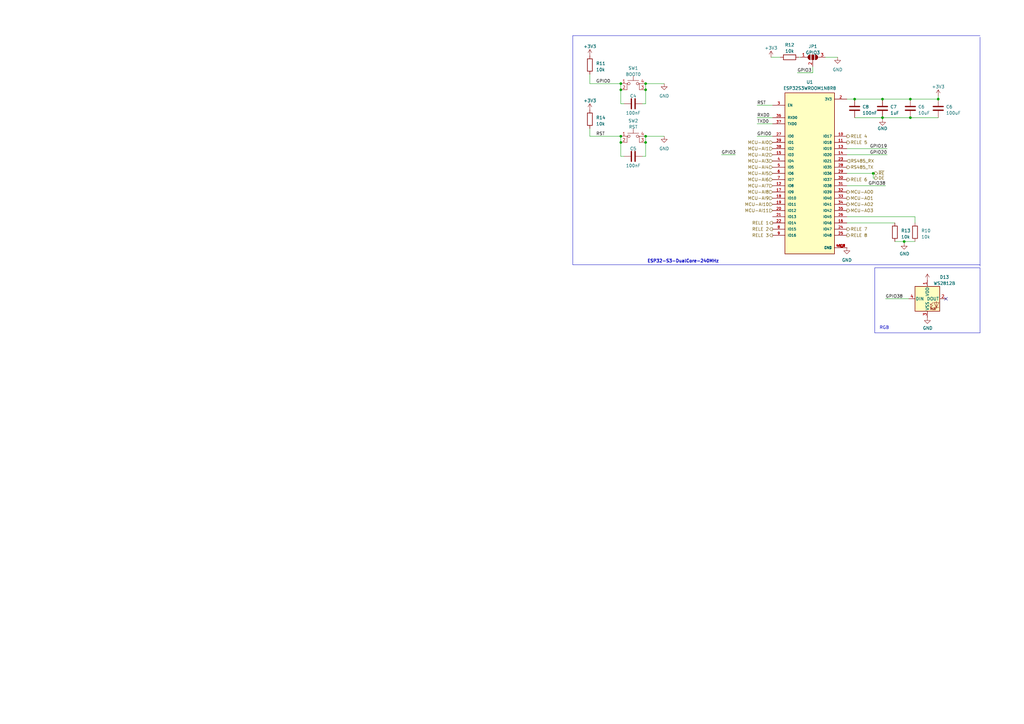
<source format=kicad_sch>
(kicad_sch (version 20230121) (generator eeschema)
  (paper "A3")
  (lib_symbols
    (symbol "Device:C" (pin_numbers hide) (pin_names (offset 0.254))
      (property "Reference" "C" (at 0.635 2.54 0))
      (property "Value" "C" (at 0.635 -2.54 0))
      (symbol "C_0_1"
        (polyline (pts (xy -2.032 -0.762) (xy 2.032 -0.762)) (stroke (width 0.508)))
        (polyline (pts (xy -2.032 0.762) (xy 2.032 0.762)) (stroke (width 0.508)))
      )
      (symbol "C_1_1"
        (pin passive line (at 0 3.81 270) (length 2.794) (name "~") (number "1"))
        (pin passive line (at 0 -3.81 90) (length 2.794) (name "~") (number "2"))
      )
    )
    (symbol "Device:R" (pin_numbers hide) (pin_names (offset 0))
      (property "Reference" "R" (at 2.032 0 90))
      (property "Value" "R" (at 0 0 90))
      (symbol "R_0_1"
        (rectangle (start -1.016 -2.54) (end 1.016 2.54) (stroke (width 0.254)))
      )
      (symbol "R_1_1"
        (pin passive line (at 0 3.81 270) (length 1.27) (name "~") (number "1"))
        (pin passive line (at 0 -3.81 90) (length 1.27) (name "~") (number "2"))
      )
    )
    (symbol "Esp32S3:ESP32S3WROOM1N8R8" (pin_names (offset 1.016))
      (property "Reference" "U" (at -10.16 34.1122 0))
      (property "Value" "ESP32S3WROOM1N8R8" (at -10.16 -35.56 0))
      (symbol "ESP32S3WROOM1N8R8_0_0"
        (rectangle (start -10.16 -33.02) (end 10.16 33.02) (stroke (width 0.254)) (fill (type background)))
        (pin power_in line (at 15.24 -30.48 180) (length 5.08) (name "GND") (number "1"))
        (pin bidirectional line (at 15.24 15.24 180) (length 5.08) (name "IO17") (number "10"))
        (pin bidirectional line (at 15.24 12.7 180) (length 5.08) (name "IO18") (number "11"))
        (pin bidirectional line (at -15.24 -5.08 0) (length 5.08) (name "IO8") (number "12"))
        (pin bidirectional line (at 15.24 10.16 180) (length 5.08) (name "IO19") (number "13"))
        (pin bidirectional line (at 15.24 7.62 180) (length 5.08) (name "IO20") (number "14"))
        (pin bidirectional line (at -15.24 7.62 0) (length 5.08) (name "IO3") (number "15"))
        (pin bidirectional line (at 15.24 -20.32 180) (length 5.08) (name "IO46") (number "16"))
        (pin bidirectional line (at -15.24 -7.62 0) (length 5.08) (name "IO9") (number "17"))
        (pin bidirectional line (at -15.24 -10.16 0) (length 5.08) (name "IO10") (number "18"))
        (pin bidirectional line (at -15.24 -12.7 0) (length 5.08) (name "IO11") (number "19"))
        (pin power_in line (at 15.24 30.48 180) (length 5.08) (name "3V3") (number "2"))
        (pin bidirectional line (at -15.24 -15.24 0) (length 5.08) (name "IO12") (number "20"))
        (pin bidirectional line (at -15.24 -17.78 0) (length 5.08) (name "IO13") (number "21"))
        (pin bidirectional line (at -15.24 -20.32 0) (length 5.08) (name "IO14") (number "22"))
        (pin bidirectional line (at 15.24 5.08 180) (length 5.08) (name "IO21") (number "23"))
        (pin bidirectional line (at 15.24 -22.86 180) (length 5.08) (name "IO47") (number "24"))
        (pin bidirectional line (at 15.24 -25.4 180) (length 5.08) (name "IO48") (number "25"))
        (pin bidirectional line (at 15.24 -17.78 180) (length 5.08) (name "IO45") (number "26"))
        (pin bidirectional line (at -15.24 15.24 0) (length 5.08) (name "IO0") (number "27"))
        (pin bidirectional line (at 15.24 2.54 180) (length 5.08) (name "IO35") (number "28"))
        (pin bidirectional line (at 15.24 0 180) (length 5.08) (name "IO36") (number "29"))
        (pin input line (at -15.24 27.94 0) (length 5.08) (name "EN") (number "3"))
        (pin bidirectional line (at 15.24 -2.54 180) (length 5.08) (name "IO37") (number "30"))
        (pin bidirectional line (at 15.24 -5.08 180) (length 5.08) (name "IO38") (number "31"))
        (pin bidirectional line (at 15.24 -7.62 180) (length 5.08) (name "IO39") (number "32"))
        (pin bidirectional line (at 15.24 -10.16 180) (length 5.08) (name "IO40") (number "33"))
        (pin bidirectional line (at 15.24 -12.7 180) (length 5.08) (name "IO41") (number "34"))
        (pin bidirectional line (at 15.24 -15.24 180) (length 5.08) (name "IO42") (number "35"))
        (pin bidirectional line (at -15.24 22.86 0) (length 5.08) (name "RXD0") (number "36"))
        (pin bidirectional line (at -15.24 20.32 0) (length 5.08) (name "TXD0") (number "37"))
        (pin bidirectional line (at -15.24 10.16 0) (length 5.08) (name "IO2") (number "38"))
        (pin bidirectional line (at -15.24 12.7 0) (length 5.08) (name "IO1") (number "39"))
        (pin bidirectional line (at -15.24 5.08 0) (length 5.08) (name "IO4") (number "4"))
        (pin power_in line (at 15.24 -30.48 180) (length 5.08) (name "GND") (number "40"))
        (pin power_in line (at 15.24 -30.48 180) (length 5.08) (name "GND") (number "41_1"))
        (pin power_in line (at 15.24 -30.48 180) (length 5.08) (name "GND") (number "41_2"))
        (pin power_in line (at 15.24 -30.48 180) (length 5.08) (name "GND") (number "41_3"))
        (pin power_in line (at 15.24 -30.48 180) (length 5.08) (name "GND") (number "41_4"))
        (pin power_in line (at 15.24 -30.48 180) (length 5.08) (name "GND") (number "41_5"))
        (pin power_in line (at 15.24 -30.48 180) (length 5.08) (name "GND") (number "41_6"))
        (pin power_in line (at 15.24 -30.48 180) (length 5.08) (name "GND") (number "41_7"))
        (pin power_in line (at 15.24 -30.48 180) (length 5.08) (name "GND") (number "41_8"))
        (pin power_in line (at 15.24 -30.48 180) (length 5.08) (name "GND") (number "41_9"))
        (pin bidirectional line (at -15.24 2.54 0) (length 5.08) (name "IO5") (number "5"))
        (pin bidirectional line (at -15.24 0 0) (length 5.08) (name "IO6") (number "6"))
        (pin bidirectional line (at -15.24 -2.54 0) (length 5.08) (name "IO7") (number "7"))
        (pin bidirectional line (at -15.24 -22.86 0) (length 5.08) (name "IO15") (number "8"))
        (pin bidirectional line (at -15.24 -25.4 0) (length 5.08) (name "IO16") (number "9"))
      )
    )
    (symbol "GND_1" (power) (pin_names (offset 0))
      (property "Value" "GND_1" (at 0 -3.81 0))
      (symbol "GND_1_0_1"
        (polyline (pts (xy 0 0) (xy 0 -1.27) (xy 1.27 -1.27) (xy 0 -2.54) (xy -1.27 -1.27) (xy 0 -1.27)))
      )
      (symbol "GND_1_1_1"
        (pin power_in line (at 0 0 270) (length 0) hide (name "GND") (number "1"))
      )
    )
    (symbol "Industronic_v_0.1-rescue:+3V3-power" (power) (pin_names (offset 0))
      (property "Value" "+3V3-power" (at 0 3.556 0))
      (symbol "+3V3-power_0_1"
        (polyline (pts (xy -0.762 1.27) (xy 0 2.54)))
        (polyline (pts (xy 0 0) (xy 0 2.54)))
        (polyline (pts (xy 0 2.54) (xy 0.762 1.27)))
      )
      (symbol "+3V3-power_1_1"
        (pin power_in line (at 0 0 90) (length 0) hide (name "+3V3") (number "1"))
      )
    )
    (symbol "Jumper:SolderJumper_3_Open" (pin_names (offset 0) hide)
      (property "Reference" "JP" (at -2.54 -2.54 0))
      (property "Value" "SolderJumper_3_Open" (at 0 2.794 0))
      (symbol "SolderJumper_3_Open_0_1"
        (arc (start -1.016 1.016) (mid -2.0276 0) (end -1.016 -1.016))
        (arc (start -1.016 1.016) (mid -2.0276 0) (end -1.016 -1.016) (fill (type outline)))
        (rectangle (start -0.508 1.016) (end 0.508 -1.016) (fill (type outline)))
        (polyline (pts (xy -2.54 0) (xy -2.032 0)))
        (polyline (pts (xy -1.016 1.016) (xy -1.016 -1.016)))
        (polyline (pts (xy 0 -1.27) (xy 0 -1.016)))
        (polyline (pts (xy 1.016 1.016) (xy 1.016 -1.016)))
        (polyline (pts (xy 2.54 0) (xy 2.032 0)))
        (arc (start 1.016 -1.016) (mid 2.0276 0) (end 1.016 1.016))
        (arc (start 1.016 -1.016) (mid 2.0276 0) (end 1.016 1.016) (fill (type outline)))
      )
      (symbol "SolderJumper_3_Open_1_1"
        (pin passive line (at -5.08 0 0) (length 2.54) (name "A") (number "1"))
        (pin passive line (at 0 -3.81 90) (length 2.54) (name "C") (number "2"))
        (pin passive line (at 5.08 0 180) (length 2.54) (name "B") (number "3"))
      )
    )
    (symbol "LED:WS2812B" (pin_names (offset 0.254))
      (property "Reference" "D" (at 5.08 5.715 0))
      (property "Value" "WS2812B" (at 1.27 -5.715 0))
      (symbol "WS2812B_0_0"
        (text "RGB" (at 2.286 -4.191 0) (effects (font (size 0.762 0.762))))
      )
      (symbol "WS2812B_0_1"
        (polyline (pts (xy 1.27 -3.556) (xy 1.778 -3.556)))
        (polyline (pts (xy 1.27 -2.54) (xy 1.778 -2.54)))
        (polyline (pts (xy 4.699 -3.556) (xy 2.667 -3.556)))
        (polyline (pts (xy 2.286 -2.54) (xy 1.27 -3.556) (xy 1.27 -3.048)))
        (polyline (pts (xy 2.286 -1.524) (xy 1.27 -2.54) (xy 1.27 -2.032)))
        (polyline (pts (xy 3.683 -1.016) (xy 3.683 -3.556) (xy 3.683 -4.064)))
        (polyline (pts (xy 4.699 -1.524) (xy 2.667 -1.524) (xy 3.683 -3.556) (xy 4.699 -1.524)))
        (rectangle (start 5.08 5.08) (end -5.08 -5.08) (stroke (width 0.254)) (fill (type background)))
      )
      (symbol "WS2812B_1_1"
        (pin power_in line (at 0 7.62 270) (length 2.54) (name "VDD") (number "1"))
        (pin output line (at 7.62 0 180) (length 2.54) (name "DOUT") (number "2"))
        (pin power_in line (at 0 -7.62 90) (length 2.54) (name "VSS") (number "3"))
        (pin input line (at -7.62 0 0) (length 2.54) (name "DIN") (number "4"))
      )
    )
    (symbol "Switch:SW_MEC_5E" (pin_names (offset 1.016) hide)
      (property "Reference" "SW" (at 0.635 5.715 0))
      (property "Value" "SW_MEC_5E" (at 0 -3.175 0))
      (symbol "SW_MEC_5E_0_1"
        (circle (center -1.778 2.54) (radius 0.508))
        (polyline (pts (xy -2.286 3.81) (xy 2.286 3.81)))
        (polyline (pts (xy 0 3.81) (xy 0 5.588)))
        (polyline (pts (xy -2.54 0) (xy -2.54 2.54) (xy -2.286 2.54)))
        (polyline (pts (xy 2.54 0) (xy 2.54 2.54) (xy 2.286 2.54)))
        (circle (center 1.778 2.54) (radius 0.508))
        (pin passive line (at -5.08 2.54 0) (length 2.54) (name "1") (number "1"))
        (pin passive line (at -5.08 0 0) (length 2.54) (name "2") (number "2"))
        (pin passive line (at 5.08 0 180) (length 2.54) (name "K") (number "3"))
        (pin passive line (at 5.08 2.54 180) (length 2.54) (name "A") (number "4"))
      )
    )
    (symbol "power:GND" (power) (pin_names (offset 0))
      (property "Value" "GND" (at 0 -3.81 0))
      (symbol "GND_0_1"
        (polyline (pts (xy 0 0) (xy 0 -1.27) (xy 1.27 -1.27) (xy 0 -2.54) (xy -1.27 -1.27) (xy 0 -1.27)))
      )
      (symbol "GND_1_1"
        (pin power_in line (at 0 0 270) (length 0) hide (name "GND") (number "1"))
      )
    )
  )
  (junction (at 384.81 40.64))
  (junction (at 358.14 71.12))
  (junction (at 254.635 55.88))
  (junction (at 254.635 34.29))
  (junction (at 264.795 55.88))
  (junction (at 254.635 36.83))
  (junction (at 350.52 40.64))
  (junction (at 373.38 40.64))
  (junction (at 264.795 34.29))
  (junction (at 254.635 58.42))
  (junction (at 373.38 48.26))
  (junction (at 361.95 40.64))
  (junction (at 264.795 58.42))
  (junction (at 361.95 48.26))
  (junction (at 264.795 36.83))
  (junction (at 370.84 99.06))
  (no_connect (at 387.985 122.555))
  (wire (pts (xy 254.635 64.135) (xy 254.635 58.42)))
  (wire (pts (xy 310.515 55.88) (xy 316.865 55.88)))
  (wire (pts (xy 363.22 122.555) (xy 372.745 122.555)))
  (wire (pts (xy 358.775 73.025) (xy 358.14 73.025)))
  (wire (pts (xy 347.345 91.44) (xy 367.03 91.44)))
  (wire (pts (xy 363.855 63.5) (xy 347.345 63.5)))
  (wire (pts (xy 350.52 48.26) (xy 361.95 48.26)))
  (wire (pts (xy 255.905 42.545) (xy 254.635 42.545)))
  (wire (pts (xy 370.84 99.06) (xy 375.285 99.06)))
  (wire (pts (xy 272.415 34.29) (xy 264.795 34.29)))
  (wire (pts (xy 373.38 48.26) (xy 384.81 48.26)))
  (polyline (pts (xy 401.955 108.585) (xy 234.95 108.585)))
  (polyline (pts (xy 401.955 136.525) (xy 401.955 109.855)))
  (wire (pts (xy 347.345 71.12) (xy 358.14 71.12)))
  (wire (pts (xy 375.285 88.9) (xy 375.285 91.44)))
  (wire (pts (xy 363.22 76.2) (xy 347.345 76.2)))
  (wire (pts (xy 310.515 43.18) (xy 316.865 43.18)))
  (polyline (pts (xy 401.955 109.855) (xy 358.775 109.855)))
  (wire (pts (xy 263.525 64.135) (xy 264.795 64.135)))
  (wire (pts (xy 263.525 42.545) (xy 264.795 42.545)))
  (wire (pts (xy 241.935 34.29) (xy 254.635 34.29)))
  (wire (pts (xy 350.52 40.64) (xy 347.345 40.64)))
  (wire (pts (xy 264.795 42.545) (xy 264.795 36.83)))
  (wire (pts (xy 327.025 29.845) (xy 333.375 29.845)))
  (wire (pts (xy 361.95 48.895) (xy 361.95 48.26)))
  (wire (pts (xy 358.14 71.12) (xy 358.775 71.12)))
  (wire (pts (xy 347.345 60.96) (xy 363.855 60.96)))
  (wire (pts (xy 361.95 48.26) (xy 373.38 48.26)))
  (wire (pts (xy 264.795 55.88) (xy 264.795 58.42)))
  (wire (pts (xy 361.95 40.64) (xy 373.38 40.64)))
  (wire (pts (xy 264.795 34.29) (xy 264.795 36.83)))
  (polyline (pts (xy 401.955 15.24) (xy 401.955 109.22)))
  (wire (pts (xy 370.84 99.06) (xy 370.84 99.695)))
  (wire (pts (xy 241.935 52.705) (xy 241.935 55.88)))
  (polyline (pts (xy 358.775 109.855) (xy 358.775 136.525)))
  (wire (pts (xy 241.935 55.88) (xy 254.635 55.88)))
  (wire (pts (xy 254.635 34.29) (xy 254.635 36.83)))
  (wire (pts (xy 254.635 55.88) (xy 254.635 58.42)))
  (wire (pts (xy 264.795 64.135) (xy 264.795 58.42)))
  (wire (pts (xy 255.905 64.135) (xy 254.635 64.135)))
  (polyline (pts (xy 401.955 136.525) (xy 358.775 136.525)))
  (wire (pts (xy 338.455 23.495) (xy 343.535 23.495)))
  (polyline (pts (xy 234.95 14.605) (xy 401.955 14.605)))
  (wire (pts (xy 327.66 23.495) (xy 328.295 23.495)))
  (wire (pts (xy 310.515 48.26) (xy 316.865 48.26)))
  (wire (pts (xy 254.635 42.545) (xy 254.635 36.83)))
  (wire (pts (xy 295.91 63.5) (xy 301.625 63.5)))
  (wire (pts (xy 333.375 27.305) (xy 333.375 29.845)))
  (wire (pts (xy 241.935 30.48) (xy 241.935 34.29)))
  (wire (pts (xy 347.345 88.9) (xy 375.285 88.9)))
  (wire (pts (xy 367.03 99.06) (xy 370.84 99.06)))
  (polyline (pts (xy 234.95 108.585) (xy 234.95 14.605)))
  (wire (pts (xy 272.415 55.88) (xy 264.795 55.88)))
  (wire (pts (xy 350.52 40.64) (xy 361.95 40.64)))
  (wire (pts (xy 316.23 23.495) (xy 320.04 23.495)))
  (wire (pts (xy 358.14 73.025) (xy 358.14 71.12)))
  (wire (pts (xy 310.515 50.8) (xy 316.865 50.8)))
  (wire (pts (xy 384.81 39.37) (xy 384.81 40.64)))
  (wire (pts (xy 373.38 40.64) (xy 384.81 40.64)))
  (text "ESP32-S3-DualCore-240MHz" (at 265.43 107.95 0) (effects (font (size 1.27 1.27) (thickness 0.254) bold) (justify left bottom)))
  (text "RGB" (at 360.68 135.255 0) (effects (font (size 1.27 1.27)) (justify left bottom)))
  (label "GPIO0" (at 310.515 55.88 0))
  (label "TXD0" (at 310.515 50.8 0))
  (label "RXD0" (at 310.515 48.26 0))
  (label "GPIO3" (at 327.025 29.845 0))
  (label "GPIO3" (at 295.91 63.5 0))
  (label "RST" (at 310.515 43.18 0))
  (label "RST" (at 244.475 55.88 0))
  (label "GPIO0" (at 244.475 34.29 0))
  (label "GPIO38" (at 363.22 76.2 180))
  (label "GPIO20" (at 363.855 63.5 180))
  (label "GPIO19" (at 363.855 60.96 180))
  (label "GPIO38" (at 363.22 122.555 0))
  (hierarchical_label "~{RE}" (shape output) (at 358.775 71.12 0))
  (hierarchical_label "MCU-AI10" (shape input) (at 316.865 83.82 180))
  (hierarchical_label "RELE 2" (shape output) (at 316.865 93.98 180))
  (hierarchical_label "MCU-AI2" (shape input) (at 316.865 63.5 180))
  (hierarchical_label "MCU-AO1" (shape output) (at 347.345 81.28 0))
  (hierarchical_label "RELE 8" (shape output) (at 347.345 96.52 0))
  (hierarchical_label "MCU-AI0" (shape input) (at 316.865 58.42 180))
  (hierarchical_label "RS485_TX" (shape output) (at 347.345 68.58 0))
  (hierarchical_label "MCU-AO3" (shape output) (at 347.345 86.36 0))
  (hierarchical_label "RELE 3" (shape output) (at 316.865 96.52 180))
  (hierarchical_label "MCU-AI1" (shape input) (at 316.865 60.96 180))
  (hierarchical_label "RELE 1" (shape output) (at 316.865 91.44 180))
  (hierarchical_label "RELE 7" (shape output) (at 347.345 93.98 0))
  (hierarchical_label "RELE 4" (shape output) (at 347.345 55.88 0))
  (hierarchical_label "MCU-AI11" (shape input) (at 316.865 86.36 180))
  (hierarchical_label "MCU-AI9" (shape input) (at 316.865 81.28 180))
  (hierarchical_label "MCU-AI3" (shape input) (at 316.865 66.04 180))
  (hierarchical_label "MCU-AO0" (shape output) (at 347.345 78.74 0))
  (hierarchical_label "RS485_RX" (shape input) (at 347.345 66.04 0))
  (hierarchical_label "MCU-AI4" (shape input) (at 316.865 68.58 180))
  (hierarchical_label "RELE 5" (shape output) (at 347.345 58.42 0))
  (hierarchical_label "MCU-AO2" (shape output) (at 347.345 83.82 0))
  (hierarchical_label "MCU-AI5" (shape input) (at 316.865 71.12 180))
  (hierarchical_label "DE" (shape output) (at 358.775 73.025 0))
  (hierarchical_label "MCU-AI8" (shape input) (at 316.865 78.74 180))
  (hierarchical_label "RELE 6" (shape output) (at 347.345 73.66 0))
  (hierarchical_label "MCU-AI7" (shape input) (at 316.865 76.2 180))
  (hierarchical_label "MCU-AI6" (shape input) (at 316.865 73.66 180))
  (symbol (lib_id "Industronic_v_0.1-rescue:+3V3-power") (at 384.81 39.37 0) (unit 1)
    (property "Reference" "#PWR0108" (effects hide))
    (property "Value" "+3V3" (at 384.81 35.56 0))
    (instances (project "Controle_receptor" (path "" (reference "#PWR0108") (unit 1))) (project "Controlador-Compressor" (path "" (reference "#PWR041") (unit 1)) (path "" (reference "#PWR081") (unit 1))))
  )
  (symbol (lib_id "power:GND") (at 370.84 99.695 0) (unit 1)
    (property "Reference" "#PWR033" (effects hide))
    (property "Value" "GND" (at 370.967 104.0892 0))
    (instances (project "Controlador-Compressor" (path "" (reference "#PWR033") (unit 1)) (path "" (reference "#PWR080") (unit 1))) (project "EPS simplified" (path "" (reference "#PWR0371") (unit 1))))
  )
  (symbol (lib_name "GND_1") (lib_id "power:GND") (at 347.345 101.6 0) (unit 1)
    (property "Reference" "#PWR043" (effects hide))
    (property "Value" "GND" (at 347.345 106.68 0))
    (instances (project "Controlador-Compressor" (path "" (reference "#PWR043") (unit 1)) (path "" (reference "#PWR078") (unit 1))))
  )
  (symbol (lib_id "power:GND") (at 380.365 130.175 0) (unit 1)
    (property "Reference" "#PWR049" (effects hide))
    (property "Value" "GND" (at 380.492 134.5692 0))
    (instances (project "Controlador-Compressor" (path "" (reference "#PWR049") (unit 1)) (path "" (reference "#PWR022") (unit 1))) (project "EPS simplified" (path "" (reference "#PWR0371") (unit 1))))
  )
  (symbol (lib_id "Device:C") (at 259.715 42.545 270) (unit 1)
    (property "Reference" "C4" (at 259.715 39.37 90))
    (property "Value" "100nF" (at 259.715 46.355 90))
    (instances (project "Controlador-Compressor" (path "" (reference "C4") (unit 1)) (path "" (reference "C20") (unit 1))))
  )
  (symbol (lib_id "Device:C") (at 350.52 44.45 0) (unit 1)
    (property "Reference" "C8" (at 353.695 43.815 0) (effects (justify left)))
    (property "Value" "100nF" (at 353.695 46.355 0) (effects (justify left)))
    (instances (project "Controlador-Compressor" (path "" (reference "C8") (unit 1)) (path "" (reference "C22") (unit 1))))
  )
  (symbol (lib_id "Device:C") (at 384.81 44.45 0) (unit 1)
    (property "Reference" "C6" (at 387.985 43.815 0) (effects (justify left)))
    (property "Value" "100uF" (at 387.985 46.355 0) (effects (justify left)))
    (instances (project "Controlador-Compressor" (path "" (reference "C6") (unit 1)) (path "" (reference "C30") (unit 1))))
  )
  (symbol (lib_id "Jumper:SolderJumper_3_Open") (at 333.375 23.495 0) (unit 1)
    (property "Reference" "JP1" (at 333.375 19.05 0))
    (property "Value" "GPIO3" (at 333.375 21.59 0))
  )
  (symbol (lib_id "Device:R") (at 241.935 48.895 0) (unit 1)
    (property "Reference" "R14" (at 244.475 48.26 0) (effects (justify left)))
    (property "Value" "10k" (at 244.475 50.8 0) (effects (justify left)))
    (instances (project "Controlador-Compressor" (path "" (reference "R14") (unit 1)) (path "" (reference "R27") (unit 1))))
  )
  (symbol (lib_id "Industronic_v_0.1-rescue:+3V3-power") (at 241.935 22.86 0) (unit 1)
    (property "Reference" "#PWR0108" (effects hide))
    (property "Value" "+3V3" (at 241.935 19.05 0))
    (instances (project "Controle_receptor" (path "" (reference "#PWR0108") (unit 1))) (project "Controlador-Compressor" (path "" (reference "#PWR034") (unit 1)) (path "" (reference "#PWR072") (unit 1))))
  )
  (symbol (lib_name "GND_1") (lib_id "power:GND") (at 272.415 34.29 0) (unit 1)
    (property "Reference" "#PWR038" (effects hide))
    (property "Value" "GND" (at 272.415 39.37 0))
    (instances (project "Controlador-Compressor" (path "" (reference "#PWR038") (unit 1)) (path "" (reference "#PWR074") (unit 1))))
  )
  (symbol (lib_name "GND_1") (lib_id "power:GND") (at 361.95 48.895 0) (unit 1)
    (property "Reference" "#PWR042" (effects hide))
    (property "Value" "GND" (at 361.95 52.705 0))
    (instances (project "Controlador-Compressor" (path "" (reference "#PWR042") (unit 1)) (path "" (reference "#PWR079") (unit 1))))
  )
  (symbol (lib_name "GND_1") (lib_id "power:GND") (at 272.415 55.88 0) (unit 1)
    (property "Reference" "#PWR039" (effects hide))
    (property "Value" "GND" (at 272.415 60.96 0))
    (instances (project "Controlador-Compressor" (path "" (reference "#PWR039") (unit 1)) (path "" (reference "#PWR075") (unit 1))))
  )
  (symbol (lib_id "Esp32S3:ESP32S3WROOM1N8R8") (at 332.105 71.12 0) (unit 1)
    (property "Reference" "U1" (at 332.105 33.655 0))
    (property "Value" "ESP32S3WROOM1N8R8" (at 332.105 36.195 0))
    (property "Footprint" "esp32s3:XCVR_ESP32S3WROOM1N8R8" (effects hide))
    (property "MAXIMUM_PACKAGE_HEIGHT" "3.25mm" (effects hide))
    (property "PARTREV" "v1.0" (effects hide))
    (property "STANDARD" "Manufacturer Recommendations" (effects hide))
    (property "MANUFACTURER" "Espressif" (effects hide))
    (instances (project "Controlador-Compressor" (path "" (reference "U1") (unit 1)) (path "" (reference "U6") (unit 1))))
  )
  (symbol (lib_id "Switch:SW_MEC_5E") (at 259.715 36.83 0) (unit 1)
    (property "Reference" "SW1" (at 259.715 27.94 0))
    (property "Value" "BOOT0" (at 259.715 30.48 0))
    (property "Datasheet" "http://www.apem.com/int/index.php?controller=attachment&id_attachment=1371" (effects hide))
  )
  (symbol (lib_id "Device:C") (at 373.38 44.45 0) (unit 1)
    (property "Reference" "C6" (at 376.555 43.815 0) (effects (justify left)))
    (property "Value" "10uF" (at 376.555 46.355 0) (effects (justify left)))
    (instances (project "Controlador-Compressor" (path "" (reference "C6") (unit 1)) (path "" (reference "C24") (unit 1))))
  )
  (symbol (lib_id "Device:C") (at 259.715 64.135 270) (unit 1)
    (property "Reference" "C5" (at 259.715 60.96 90))
    (property "Value" "100nF" (at 259.715 67.945 90))
    (instances (project "Controlador-Compressor" (path "" (reference "C5") (unit 1)) (path "" (reference "C21") (unit 1))))
  )
  (symbol (lib_id "Industronic_v_0.1-rescue:+3V3-power") (at 316.23 23.495 0) (unit 1)
    (property "Reference" "#PWR0108" (effects hide))
    (property "Value" "+3V3" (at 316.23 19.685 0))
    (instances (project "Controle_receptor" (path "" (reference "#PWR0108") (unit 1))) (project "Controlador-Compressor" (path "" (reference "#PWR035") (unit 1)) (path "" (reference "#PWR076") (unit 1))))
  )
  (symbol (lib_name "GND_1") (lib_id "power:GND") (at 343.535 23.495 0) (unit 1)
    (property "Reference" "#PWR036" (effects hide))
    (property "Value" "GND" (at 343.535 28.575 0))
    (instances (project "Controlador-Compressor" (path "" (reference "#PWR036") (unit 1)) (path "" (reference "#PWR077") (unit 1))))
  )
  (symbol (lib_id "Device:R") (at 375.285 95.25 0) (unit 1)
    (property "Reference" "R10" (at 377.825 94.615 0) (effects (justify left)))
    (property "Value" "10k" (at 377.825 97.155 0) (effects (justify left)))
    (instances (project "Controlador-Compressor" (path "" (reference "R10") (unit 1)) (path "" (reference "R30") (unit 1))))
  )
  (symbol (lib_id "Device:C") (at 361.95 44.45 0) (unit 1)
    (property "Reference" "C7" (at 365.125 43.815 0) (effects (justify left)))
    (property "Value" "1uF" (at 365.125 46.355 0) (effects (justify left)))
    (instances (project "Controlador-Compressor" (path "" (reference "C7") (unit 1)) (path "" (reference "C23") (unit 1))))
  )
  (symbol (lib_id "Industronic_v_0.1-rescue:+3V3-power") (at 380.365 114.935 0) (unit 1)
    (property "Reference" "#PWR0108" (effects hide))
    (property "Value" "+3V3" (effects hide))
    (instances (project "Controle_receptor" (path "" (reference "#PWR0108") (unit 1))) (project "Controlador-Compressor" (path "" (reference "#PWR048") (unit 1)) (path "" (reference "#PWR021") (unit 1))))
  )
  (symbol (lib_id "Device:R") (at 323.85 23.495 90) (unit 1)
    (property "Reference" "R12" (at 323.85 18.415 90))
    (property "Value" "10k" (at 323.85 20.955 90))
    (instances (project "Controlador-Compressor" (path "" (reference "R12") (unit 1)) (path "" (reference "R28") (unit 1))))
  )
  (symbol (lib_id "Device:R") (at 241.935 26.67 0) (unit 1)
    (property "Reference" "R11" (at 244.475 26.035 0) (effects (justify left)))
    (property "Value" "10k" (at 244.475 28.575 0) (effects (justify left)))
    (instances (project "Controlador-Compressor" (path "" (reference "R11") (unit 1)) (path "" (reference "R26") (unit 1))))
  )
  (symbol (lib_id "Device:R") (at 367.03 95.25 0) (unit 1)
    (property "Reference" "R13" (at 369.57 94.615 0) (effects (justify left)))
    (property "Value" "10k" (at 369.57 97.155 0) (effects (justify left)))
    (instances (project "Controlador-Compressor" (path "" (reference "R13") (unit 1)) (path "" (reference "R29") (unit 1))))
  )
  (symbol (lib_id "LED:WS2812B") (at 380.365 122.555 0) (unit 1)
    (property "Reference" "D13" (at 387.35 113.665 0))
    (property "Value" "WS2812B" (at 387.35 116.205 0))
    (property "Footprint" "LED_SMD:LED_WS2812B_PLCC4_5.0x5.0mm_P3.2mm" (effects hide))
    (property "Datasheet" "https://cdn-shop.adafruit.com/datasheets/WS2812B.pdf" (effects hide))
    (instances (project "Controlador-Compressor" (path "" (reference "D13") (unit 1)) (path "" (reference "D20") (unit 1))))
  )
  (symbol (lib_id "Switch:SW_MEC_5E") (at 259.715 58.42 0) (unit 1)
    (property "Reference" "SW2" (at 259.715 49.53 0))
    (property "Value" "RST" (at 259.715 52.07 0))
    (property "Datasheet" "http://www.apem.com/int/index.php?controller=attachment&id_attachment=1371" (effects hide))
  )
  (symbol (lib_id "Industronic_v_0.1-rescue:+3V3-power") (at 241.935 45.085 0) (unit 1)
    (property "Reference" "#PWR0108" (effects hide))
    (property "Value" "+3V3" (at 241.935 41.275 0))
    (instances (project "Controle_receptor" (path "" (reference "#PWR0108") (unit 1))) (project "Controlador-Compressor" (path "" (reference "#PWR040") (unit 1)) (path "" (reference "#PWR073") (unit 1))))
  )
)
</source>
